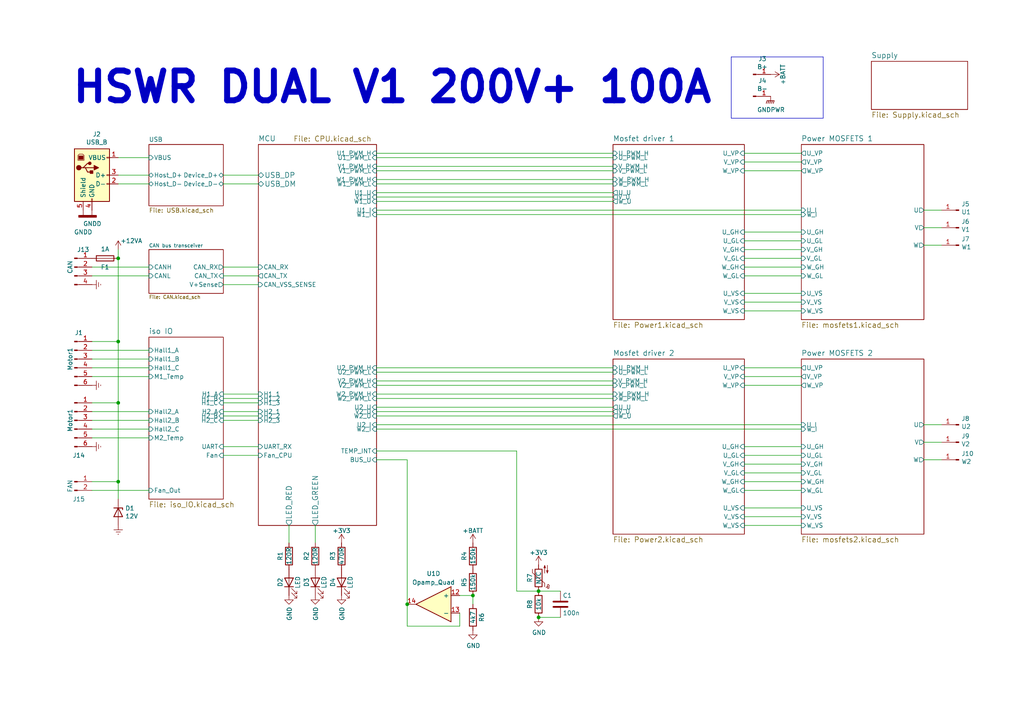
<source format=kicad_sch>
(kicad_sch (version 20230121) (generator eeschema)
  (paper "A4")
  (title_block (title "HSWR_DUAL V1") (date "2023-11-17") (rev "4.0"))
  (lib_symbols
    (symbol "Connector:Conn_01x02_Pin" (pin_names (offset 1.016) hide)
      (property "Reference" "J" (at 0 2.54 0))
      (property "Value" "Conn_01x02_Pin" (at 0 -5.08 0))
      (symbol "Conn_01x02_Pin_1_1"
        (polyline (pts (xy 1.27 -2.54) (xy 0.8636 -2.54)) (stroke (width 0.1524)))
        (polyline (pts (xy 1.27 0) (xy 0.8636 0)) (stroke (width 0.1524)))
        (rectangle (start 0.8636 -2.413) (end 0 -2.667) (stroke (width 0.1524)) (fill (type outline)))
        (rectangle (start 0.8636 0.127) (end 0 -0.127) (stroke (width 0.1524)) (fill (type outline)))
        (pin passive line (at 5.08 0 180) (length 3.81) (name "Pin_1") (number "1"))
        (pin passive line (at 5.08 -2.54 180) (length 3.81) (name "Pin_2") (number "2"))
      )
    )
    (symbol "Connector:Conn_01x04_Pin" (pin_names (offset 1.016) hide)
      (property "Reference" "J" (at 0 5.08 0))
      (property "Value" "Conn_01x04_Pin" (at 0 -7.62 0))
      (symbol "Conn_01x04_Pin_1_1"
        (polyline (pts (xy 1.27 -5.08) (xy 0.8636 -5.08)) (stroke (width 0.1524)))
        (polyline (pts (xy 1.27 -2.54) (xy 0.8636 -2.54)) (stroke (width 0.1524)))
        (polyline (pts (xy 1.27 0) (xy 0.8636 0)) (stroke (width 0.1524)))
        (polyline (pts (xy 1.27 2.54) (xy 0.8636 2.54)) (stroke (width 0.1524)))
        (rectangle (start 0.8636 -4.953) (end 0 -5.207) (stroke (width 0.1524)) (fill (type outline)))
        (rectangle (start 0.8636 -2.413) (end 0 -2.667) (stroke (width 0.1524)) (fill (type outline)))
        (rectangle (start 0.8636 0.127) (end 0 -0.127) (stroke (width 0.1524)) (fill (type outline)))
        (rectangle (start 0.8636 2.667) (end 0 2.413) (stroke (width 0.1524)) (fill (type outline)))
        (pin passive line (at 5.08 2.54 180) (length 3.81) (name "Pin_1") (number "1"))
        (pin passive line (at 5.08 0 180) (length 3.81) (name "Pin_2") (number "2"))
        (pin passive line (at 5.08 -2.54 180) (length 3.81) (name "Pin_3") (number "3"))
        (pin passive line (at 5.08 -5.08 180) (length 3.81) (name "Pin_4") (number "4"))
      )
    )
    (symbol "Connector:Conn_01x06_Pin" (pin_names (offset 1.016) hide)
      (property "Reference" "J" (at 0 7.62 0))
      (property "Value" "Conn_01x06_Pin" (at 0 -10.16 0))
      (symbol "Conn_01x06_Pin_1_1"
        (polyline (pts (xy 1.27 -7.62) (xy 0.8636 -7.62)) (stroke (width 0.1524)))
        (polyline (pts (xy 1.27 -5.08) (xy 0.8636 -5.08)) (stroke (width 0.1524)))
        (polyline (pts (xy 1.27 -2.54) (xy 0.8636 -2.54)) (stroke (width 0.1524)))
        (polyline (pts (xy 1.27 0) (xy 0.8636 0)) (stroke (width 0.1524)))
        (polyline (pts (xy 1.27 2.54) (xy 0.8636 2.54)) (stroke (width 0.1524)))
        (polyline (pts (xy 1.27 5.08) (xy 0.8636 5.08)) (stroke (width 0.1524)))
        (rectangle (start 0.8636 -7.493) (end 0 -7.747) (stroke (width 0.1524)) (fill (type outline)))
        (rectangle (start 0.8636 -4.953) (end 0 -5.207) (stroke (width 0.1524)) (fill (type outline)))
        (rectangle (start 0.8636 -2.413) (end 0 -2.667) (stroke (width 0.1524)) (fill (type outline)))
        (rectangle (start 0.8636 0.127) (end 0 -0.127) (stroke (width 0.1524)) (fill (type outline)))
        (rectangle (start 0.8636 2.667) (end 0 2.413) (stroke (width 0.1524)) (fill (type outline)))
        (rectangle (start 0.8636 5.207) (end 0 4.953) (stroke (width 0.1524)) (fill (type outline)))
        (pin passive line (at 5.08 5.08 180) (length 3.81) (name "Pin_1") (number "1"))
        (pin passive line (at 5.08 2.54 180) (length 3.81) (name "Pin_2") (number "2"))
        (pin passive line (at 5.08 0 180) (length 3.81) (name "Pin_3") (number "3"))
        (pin passive line (at 5.08 -2.54 180) (length 3.81) (name "Pin_4") (number "4"))
        (pin passive line (at 5.08 -5.08 180) (length 3.81) (name "Pin_5") (number "5"))
        (pin passive line (at 5.08 -7.62 180) (length 3.81) (name "Pin_6") (number "6"))
      )
    )
    (symbol "Connector:USB_B" (pin_names (offset 1.016))
      (property "Reference" "J" (at -5.08 11.43 0))
      (property "Value" "USB_B" (at -5.08 8.89 0))
      (symbol "USB_B_0_1"
        (rectangle (start -5.08 -7.62) (end 5.08 7.62) (stroke (width 0.254)) (fill (type background)))
        (circle (center -3.81 2.159) (radius 0.635) (stroke (width 0.254)) (fill (type outline)))
        (rectangle (start -3.81 5.588) (end -2.54 4.572) (fill (type outline)))
        (circle (center -0.635 3.429) (radius 0.381) (stroke (width 0.254)) (fill (type outline)))
        (rectangle (start -0.127 -7.62) (end 0.127 -6.858))
        (polyline (pts (xy -1.905 2.159) (xy 0.635 2.159)) (stroke (width 0.254)))
        (polyline (pts (xy -3.175 2.159) (xy -2.54 2.159) (xy -1.27 3.429) (xy -0.635 3.429)) (stroke (width 0.254)))
        (polyline (pts (xy -2.54 2.159) (xy -1.905 2.159) (xy -1.27 0.889) (xy 0 0.889)) (stroke (width 0.254)))
        (polyline (pts (xy 0.635 2.794) (xy 0.635 1.524) (xy 1.905 2.159) (xy 0.635 2.794)) (stroke (width 0.254)) (fill (type outline)))
        (polyline (pts (xy -4.064 4.318) (xy -2.286 4.318) (xy -2.286 5.715) (xy -2.667 6.096) (xy -3.683 6.096) (xy -4.064 5.715) (xy -4.064 4.318)))
        (rectangle (start 0.254 1.27) (end -0.508 0.508) (stroke (width 0.254)) (fill (type outline)))
        (rectangle (start 5.08 -2.667) (end 4.318 -2.413))
        (rectangle (start 5.08 -0.127) (end 4.318 0.127))
        (rectangle (start 5.08 4.953) (end 4.318 5.207))
      )
      (symbol "USB_B_1_1"
        (pin power_out line (at 7.62 5.08 180) (length 2.54) (name "VBUS") (number "1"))
        (pin bidirectional line (at 7.62 -2.54 180) (length 2.54) (name "D-") (number "2"))
        (pin bidirectional line (at 7.62 0 180) (length 2.54) (name "D+") (number "3"))
        (pin power_out line (at 0 -10.16 90) (length 2.54) (name "GND") (number "4"))
        (pin passive line (at -2.54 -10.16 90) (length 2.54) (name "Shield") (number "5"))
      )
    )
    (symbol "Device:C" (pin_numbers hide) (pin_names (offset 0.254))
      (property "Reference" "C" (at 0.635 2.54 0))
      (property "Value" "C" (at 0.635 -2.54 0))
      (symbol "C_0_1"
        (polyline (pts (xy -2.032 -0.762) (xy 2.032 -0.762)) (stroke (width 0.508)))
        (polyline (pts (xy -2.032 0.762) (xy 2.032 0.762)) (stroke (width 0.508)))
      )
      (symbol "C_1_1"
        (pin passive line (at 0 3.81 270) (length 2.794) (name "~") (number "1"))
        (pin passive line (at 0 -3.81 90) (length 2.794) (name "~") (number "2"))
      )
    )
    (symbol "Device:D_Zener" (pin_numbers hide) (pin_names (offset 1.016) hide)
      (property "Reference" "D" (at 0 2.54 0))
      (property "Value" "D_Zener" (at 0 -2.54 0))
      (symbol "D_Zener_0_1"
        (polyline (pts (xy 1.27 0) (xy -1.27 0)))
        (polyline (pts (xy -1.27 -1.27) (xy -1.27 1.27) (xy -0.762 1.27)) (stroke (width 0.254)))
        (polyline (pts (xy 1.27 -1.27) (xy 1.27 1.27) (xy -1.27 0) (xy 1.27 -1.27)) (stroke (width 0.254)))
      )
      (symbol "D_Zener_1_1"
        (pin passive line (at -3.81 0 0) (length 2.54) (name "K") (number "1"))
        (pin passive line (at 3.81 0 180) (length 2.54) (name "A") (number "2"))
      )
    )
    (symbol "Device:Fuse" (pin_numbers hide) (pin_names (offset 0))
      (property "Reference" "F" (at 2.032 0 90))
      (property "Value" "Fuse" (at -1.905 0 90))
      (symbol "Fuse_0_1"
        (rectangle (start -0.762 -2.54) (end 0.762 2.54) (stroke (width 0.254)))
        (polyline (pts (xy 0 2.54) (xy 0 -2.54)))
      )
      (symbol "Fuse_1_1"
        (pin passive line (at 0 3.81 270) (length 1.27) (name "~") (number "1"))
        (pin passive line (at 0 -3.81 90) (length 1.27) (name "~") (number "2"))
      )
    )
    (symbol "Device:LED" (pin_numbers hide) (pin_names (offset 1.016) hide)
      (property "Reference" "D" (at 0 2.54 0))
      (property "Value" "LED" (at 0 -2.54 0))
      (symbol "LED_0_1"
        (polyline (pts (xy -1.27 -1.27) (xy -1.27 1.27)) (stroke (width 0.254)))
        (polyline (pts (xy -1.27 0) (xy 1.27 0)))
        (polyline (pts (xy 1.27 -1.27) (xy 1.27 1.27) (xy -1.27 0) (xy 1.27 -1.27)) (stroke (width 0.254)))
        (polyline (pts (xy -3.048 -0.762) (xy -4.572 -2.286) (xy -3.81 -2.286) (xy -4.572 -2.286) (xy -4.572 -1.524)))
        (polyline (pts (xy -1.778 -0.762) (xy -3.302 -2.286) (xy -2.54 -2.286) (xy -3.302 -2.286) (xy -3.302 -1.524)))
      )
      (symbol "LED_1_1"
        (pin passive line (at -3.81 0 0) (length 2.54) (name "K") (number "1"))
        (pin passive line (at 3.81 0 180) (length 2.54) (name "A") (number "2"))
      )
    )
    (symbol "Device:Opamp_Quad"
      (property "Reference" "U" (at 0 5.08 0))
      (property "Value" "Opamp_Quad" (at 0 -5.08 0))
      (symbol "Opamp_Quad_1_1"
        (polyline (pts (xy -5.08 5.08) (xy 5.08 0) (xy -5.08 -5.08) (xy -5.08 5.08)) (stroke (width 0.254)) (fill (type background)))
        (pin output line (at 7.62 0 180) (length 2.54) (name "~") (number "1"))
        (pin input line (at -7.62 -2.54 0) (length 2.54) (name "-") (number "2"))
        (pin input line (at -7.62 2.54 0) (length 2.54) (name "+") (number "3"))
      )
      (symbol "Opamp_Quad_2_1"
        (polyline (pts (xy -5.08 5.08) (xy 5.08 0) (xy -5.08 -5.08) (xy -5.08 5.08)) (stroke (width 0.254)) (fill (type background)))
        (pin input line (at -7.62 2.54 0) (length 2.54) (name "+") (number "5"))
        (pin input line (at -7.62 -2.54 0) (length 2.54) (name "-") (number "6"))
        (pin output line (at 7.62 0 180) (length 2.54) (name "~") (number "7"))
      )
      (symbol "Opamp_Quad_3_1"
        (polyline (pts (xy -5.08 5.08) (xy 5.08 0) (xy -5.08 -5.08) (xy -5.08 5.08)) (stroke (width 0.254)) (fill (type background)))
        (pin input line (at -7.62 2.54 0) (length 2.54) (name "+") (number "10"))
        (pin output line (at 7.62 0 180) (length 2.54) (name "~") (number "8"))
        (pin input line (at -7.62 -2.54 0) (length 2.54) (name "-") (number "9"))
      )
      (symbol "Opamp_Quad_4_1"
        (polyline (pts (xy -5.08 5.08) (xy 5.08 0) (xy -5.08 -5.08) (xy -5.08 5.08)) (stroke (width 0.254)) (fill (type background)))
        (pin input line (at -7.62 2.54 0) (length 2.54) (name "+") (number "12"))
        (pin input line (at -7.62 -2.54 0) (length 2.54) (name "-") (number "13"))
        (pin output line (at 7.62 0 180) (length 2.54) (name "~") (number "14"))
      )
      (symbol "Opamp_Quad_5_1"
        (pin power_in line (at -2.54 -7.62 90) (length 3.81) (name "V-") (number "11"))
        (pin power_in line (at -2.54 7.62 270) (length 3.81) (name "V+") (number "4"))
      )
    )
    (symbol "Device:R" (pin_numbers hide) (pin_names (offset 0))
      (property "Reference" "R" (at 2.032 0 90))
      (property "Value" "R" (at 0 0 90))
      (symbol "R_0_1"
        (rectangle (start -1.016 -2.54) (end 1.016 2.54) (stroke (width 0.254)))
      )
      (symbol "R_1_1"
        (pin passive line (at 0 3.81 270) (length 1.27) (name "~") (number "1"))
        (pin passive line (at 0 -3.81 90) (length 1.27) (name "~") (number "2"))
      )
    )
    (symbol "Device:Thermistor_NTC" (pin_numbers hide) (pin_names (offset 0))
      (property "Reference" "TH" (at -4.445 0 90))
      (property "Value" "Thermistor_NTC" (at 3.175 0 90))
      (symbol "Thermistor_NTC_0_1"
        (arc (start -3.048 2.159) (mid -3.0495 2.3143) (end -3.175 2.413))
        (arc (start -3.048 2.159) (mid -2.9736 1.9794) (end -2.794 1.905))
        (arc (start -3.048 2.794) (mid -2.9736 2.6144) (end -2.794 2.54))
        (arc (start -2.794 1.905) (mid -2.6144 1.9794) (end -2.54 2.159))
        (arc (start -2.794 2.54) (mid -2.4393 2.5587) (end -2.159 2.794))
        (arc (start -2.794 3.048) (mid -2.9736 2.9736) (end -3.048 2.794))
        (arc (start -2.54 2.794) (mid -2.6144 2.9736) (end -2.794 3.048))
        (rectangle (start -1.016 2.54) (end 1.016 -2.54) (stroke (width 0.254)))
        (polyline (pts (xy -2.54 2.159) (xy -2.54 2.794)))
        (polyline (pts (xy -1.778 2.54) (xy -1.778 1.524) (xy 1.778 -1.524) (xy 1.778 -2.54)))
        (polyline (pts (xy -2.54 -3.683) (xy -2.54 -1.397) (xy -2.794 -2.159) (xy -2.286 -2.159) (xy -2.54 -1.397) (xy -2.54 -1.651)) (fill (type outline)))
        (polyline (pts (xy -1.778 -1.397) (xy -1.778 -3.683) (xy -2.032 -2.921) (xy -1.524 -2.921) (xy -1.778 -3.683) (xy -1.778 -3.429)) (fill (type outline)))
      )
      (symbol "Thermistor_NTC_1_1"
        (pin passive line (at 0 3.81 270) (length 1.27) (name "~") (number "1"))
        (pin passive line (at 0 -3.81 90) (length 1.27) (name "~") (number "2"))
      )
    )
    (symbol "HSWR-rescue:Conn_01x01_Male-Connector" (pin_names (offset 1.016) hide)
      (property "Reference" "J" (at 0 2.54 0))
      (property "Value" "Connector_Conn_01x01_Male" (at 0 -2.54 0))
      (symbol "Conn_01x01_Male-Connector_1_1"
        (polyline (pts (xy 1.27 0) (xy 0.8636 0)) (stroke (width 0.1524)))
        (rectangle (start 0.8636 0.127) (end 0 -0.127) (stroke (width 0.1524)) (fill (type outline)))
        (pin passive line (at 5.08 0 180) (length 3.81) (name "Pin_1") (number "1"))
      )
    )
    (symbol "power:+12VA" (power) (pin_names (offset 0))
      (property "Value" "+12VA" (at 0 3.556 0))
      (symbol "+12VA_0_1"
        (polyline (pts (xy -0.762 1.27) (xy 0 2.54)))
        (polyline (pts (xy 0 0) (xy 0 2.54)))
        (polyline (pts (xy 0 2.54) (xy 0.762 1.27)))
      )
      (symbol "+12VA_1_1"
        (pin power_in line (at 0 0 90) (length 0) hide (name "+12VA") (number "1"))
      )
    )
    (symbol "power:+3V3" (power) (pin_names (offset 0))
      (property "Value" "+3V3" (at 0 3.556 0))
      (symbol "+3V3_0_1"
        (polyline (pts (xy -0.762 1.27) (xy 0 2.54)))
        (polyline (pts (xy 0 0) (xy 0 2.54)))
        (polyline (pts (xy 0 2.54) (xy 0.762 1.27)))
      )
      (symbol "+3V3_1_1"
        (pin power_in line (at 0 0 90) (length 0) hide (name "+3V3") (number "1"))
      )
    )
    (symbol "power:+BATT" (power) (pin_names (offset 0))
      (property "Value" "+BATT" (at 0 3.556 0))
      (symbol "+BATT_0_1"
        (polyline (pts (xy -0.762 1.27) (xy 0 2.54)))
        (polyline (pts (xy 0 0) (xy 0 2.54)))
        (polyline (pts (xy 0 2.54) (xy 0.762 1.27)))
      )
      (symbol "+BATT_1_1"
        (pin power_in line (at 0 0 90) (length 0) hide (name "+BATT") (number "1"))
      )
    )
    (symbol "power:Earth" (power) (pin_names (offset 0))
      (symbol "Earth_0_1"
        (polyline (pts (xy -0.635 -1.905) (xy 0.635 -1.905)))
        (polyline (pts (xy -0.127 -2.54) (xy 0.127 -2.54)))
        (polyline (pts (xy 0 -1.27) (xy 0 0)))
        (polyline (pts (xy 1.27 -1.27) (xy -1.27 -1.27)))
      )
      (symbol "Earth_1_1"
        (pin power_in line (at 0 0 270) (length 0) hide (name "Earth") (number "1"))
      )
    )
    (symbol "power:GND" (power) (pin_names (offset 0))
      (property "Value" "GND" (at 0 -3.81 0))
      (symbol "GND_0_1"
        (polyline (pts (xy 0 0) (xy 0 -1.27) (xy 1.27 -1.27) (xy 0 -2.54) (xy -1.27 -1.27) (xy 0 -1.27)))
      )
      (symbol "GND_1_1"
        (pin power_in line (at 0 0 270) (length 0) hide (name "GND") (number "1"))
      )
    )
    (symbol "power:GNDD" (power) (pin_names (offset 0))
      (property "Value" "GNDD" (at 0 -3.175 0))
      (symbol "GNDD_0_1"
        (rectangle (start -1.27 -1.524) (end 1.27 -2.032) (stroke (width 0.254)) (fill (type outline)))
        (polyline (pts (xy 0 0) (xy 0 -1.524)))
      )
      (symbol "GNDD_1_1"
        (pin power_in line (at 0 0 270) (length 0) hide (name "GNDD") (number "1"))
      )
    )
    (symbol "power:GNDPWR" (power) (pin_names (offset 0))
      (property "Value" "GNDPWR" (at 0 -3.302 0))
      (symbol "GNDPWR_0_1"
        (polyline (pts (xy 0 -1.27) (xy 0 0)))
        (polyline (pts (xy -1.016 -1.27) (xy -1.27 -2.032) (xy -1.27 -2.032)) (stroke (width 0.2032)))
        (polyline (pts (xy -0.508 -1.27) (xy -0.762 -2.032) (xy -0.762 -2.032)) (stroke (width 0.2032)))
        (polyline (pts (xy 0 -1.27) (xy -0.254 -2.032) (xy -0.254 -2.032)) (stroke (width 0.2032)))
        (polyline (pts (xy 0.508 -1.27) (xy 0.254 -2.032) (xy 0.254 -2.032)) (stroke (width 0.2032)))
        (polyline (pts (xy 1.016 -1.27) (xy -1.016 -1.27) (xy -1.016 -1.27)) (stroke (width 0.2032)))
        (polyline (pts (xy 1.016 -1.27) (xy 0.762 -2.032) (xy 0.762 -2.032) (xy 0.762 -2.032)) (stroke (width 0.2032)))
      )
      (symbol "GNDPWR_1_1"
        (pin power_in line (at 0 0 270) (length 0) hide (name "GNDPWR") (number "1"))
      )
    )
  )
  (junction (at 137.16 172.72))
  (junction (at 34.29 139.7))
  (junction (at 156.21 179.07))
  (junction (at 34.29 99.06))
  (junction (at 34.29 116.84))
  (junction (at 34.29 74.93))
  (junction (at 118.11 175.26))
  (junction (at 156.21 171.45))
  (wire (pts (xy 215.9 139.7) (xy 232.41 139.7)))
  (wire (pts (xy 215.9 67.31) (xy 232.41 67.31)))
  (wire (pts (xy 215.9 134.62) (xy 232.41 134.62)))
  (wire (pts (xy 109.22 62.23) (xy 232.41 62.23)))
  (wire (pts (xy 64.77 115.57) (xy 74.93 115.57)))
  (wire (pts (xy 26.67 99.06) (xy 34.29 99.06)))
  (wire (pts (xy 34.29 72.39) (xy 34.29 74.93)))
  (wire (pts (xy 109.22 110.49) (xy 177.8 110.49)))
  (wire (pts (xy 26.67 119.38) (xy 43.18 119.38)))
  (wire (pts (xy 34.29 139.7) (xy 26.67 139.7)))
  (polyline (pts (xy 238.76 16.51) (xy 238.76 34.29)))
  (wire (pts (xy 64.77 53.34) (xy 74.93 53.34)))
  (wire (pts (xy 74.93 82.55) (xy 64.77 82.55)))
  (wire (pts (xy 34.29 45.72) (xy 43.18 45.72)))
  (polyline (pts (xy 212.09 16.51) (xy 238.76 16.51)))
  (wire (pts (xy 64.77 116.84) (xy 74.93 116.84)))
  (wire (pts (xy 64.77 129.54) (xy 74.93 129.54)))
  (wire (pts (xy 267.97 133.35) (xy 273.05 133.35)))
  (wire (pts (xy 109.22 107.95) (xy 177.8 107.95)))
  (wire (pts (xy 26.67 124.46) (xy 43.18 124.46)))
  (wire (pts (xy 232.41 80.01) (xy 215.9 80.01)))
  (wire (pts (xy 26.67 80.01) (xy 43.18 80.01)))
  (wire (pts (xy 149.86 171.45) (xy 156.21 171.45)))
  (wire (pts (xy 118.11 181.61) (xy 133.35 181.61)))
  (wire (pts (xy 34.29 139.7) (xy 34.29 144.78)))
  (wire (pts (xy 83.82 152.4) (xy 83.82 157.48)))
  (wire (pts (xy 215.9 109.22) (xy 232.41 109.22)))
  (wire (pts (xy 26.67 142.24) (xy 43.18 142.24)))
  (wire (pts (xy 26.67 116.84) (xy 34.29 116.84)))
  (wire (pts (xy 26.67 106.68) (xy 43.18 106.68)))
  (wire (pts (xy 273.05 66.04) (xy 267.97 66.04)))
  (wire (pts (xy 215.9 85.09) (xy 232.41 85.09)))
  (wire (pts (xy 118.11 133.35) (xy 118.11 175.26)))
  (wire (pts (xy 109.22 130.81) (xy 149.86 130.81)))
  (wire (pts (xy 109.22 57.15) (xy 177.8 57.15)))
  (wire (pts (xy 109.22 52.07) (xy 177.8 52.07)))
  (wire (pts (xy 109.22 133.35) (xy 118.11 133.35)))
  (wire (pts (xy 26.67 127) (xy 43.18 127)))
  (wire (pts (xy 215.9 87.63) (xy 232.41 87.63)))
  (wire (pts (xy 26.67 77.47) (xy 43.18 77.47)))
  (wire (pts (xy 215.9 147.32) (xy 232.41 147.32)))
  (wire (pts (xy 64.77 77.47) (xy 74.93 77.47)))
  (wire (pts (xy 109.22 58.42) (xy 177.8 58.42)))
  (wire (pts (xy 109.22 44.45) (xy 177.8 44.45)))
  (wire (pts (xy 232.41 46.99) (xy 215.9 46.99)))
  (wire (pts (xy 215.9 132.08) (xy 232.41 132.08)))
  (wire (pts (xy 34.29 74.93) (xy 34.29 99.06)))
  (wire (pts (xy 26.67 104.14) (xy 43.18 104.14)))
  (wire (pts (xy 215.9 152.4) (xy 232.41 152.4)))
  (wire (pts (xy 156.21 171.45) (xy 162.56 171.45)))
  (wire (pts (xy 64.77 114.3) (xy 74.93 114.3)))
  (wire (pts (xy 109.22 49.53) (xy 177.8 49.53)))
  (polyline (pts (xy 212.09 34.29) (xy 212.09 16.51)))
  (wire (pts (xy 109.22 111.76) (xy 177.8 111.76)))
  (wire (pts (xy 232.41 69.85) (xy 215.9 69.85)))
  (wire (pts (xy 118.11 175.26) (xy 118.11 181.61)))
  (wire (pts (xy 137.16 172.72) (xy 137.16 175.26)))
  (wire (pts (xy 109.22 106.68) (xy 177.8 106.68)))
  (wire (pts (xy 273.05 128.27) (xy 267.97 128.27)))
  (wire (pts (xy 43.18 50.8) (xy 34.29 50.8)))
  (wire (pts (xy 64.77 121.92) (xy 74.93 121.92)))
  (wire (pts (xy 74.93 132.08) (xy 64.77 132.08)))
  (wire (pts (xy 215.9 111.76) (xy 232.41 111.76)))
  (wire (pts (xy 74.93 50.8) (xy 64.77 50.8)))
  (wire (pts (xy 34.29 116.84) (xy 34.29 139.7)))
  (wire (pts (xy 109.22 118.11) (xy 177.8 118.11)))
  (wire (pts (xy 109.22 114.3) (xy 177.8 114.3)))
  (wire (pts (xy 109.22 48.26) (xy 177.8 48.26)))
  (wire (pts (xy 34.29 99.06) (xy 34.29 116.84)))
  (wire (pts (xy 215.9 129.54) (xy 232.41 129.54)))
  (wire (pts (xy 109.22 53.34) (xy 177.8 53.34)))
  (wire (pts (xy 64.77 120.65) (xy 74.93 120.65)))
  (wire (pts (xy 215.9 49.53) (xy 232.41 49.53)))
  (wire (pts (xy 26.67 101.6) (xy 43.18 101.6)))
  (wire (pts (xy 109.22 124.46) (xy 232.41 124.46)))
  (wire (pts (xy 133.35 172.72) (xy 137.16 172.72)))
  (wire (pts (xy 215.9 142.24) (xy 232.41 142.24)))
  (wire (pts (xy 215.9 137.16) (xy 232.41 137.16)))
  (wire (pts (xy 267.97 60.96) (xy 273.05 60.96)))
  (wire (pts (xy 215.9 77.47) (xy 232.41 77.47)))
  (wire (pts (xy 26.67 109.22) (xy 43.18 109.22)))
  (wire (pts (xy 215.9 90.17) (xy 232.41 90.17)))
  (wire (pts (xy 109.22 123.19) (xy 232.41 123.19)))
  (wire (pts (xy 26.67 121.92) (xy 43.18 121.92)))
  (wire (pts (xy 34.29 53.34) (xy 43.18 53.34)))
  (wire (pts (xy 74.93 80.01) (xy 64.77 80.01)))
  (wire (pts (xy 267.97 71.12) (xy 273.05 71.12)))
  (wire (pts (xy 133.35 181.61) (xy 133.35 177.8)))
  (wire (pts (xy 162.56 179.07) (xy 156.21 179.07)))
  (wire (pts (xy 109.22 60.96) (xy 232.41 60.96)))
  (wire (pts (xy 215.9 72.39) (xy 232.41 72.39)))
  (wire (pts (xy 215.9 149.86) (xy 232.41 149.86)))
  (wire (pts (xy 215.9 44.45) (xy 232.41 44.45)))
  (wire (pts (xy 91.44 157.48) (xy 91.44 152.4)))
  (wire (pts (xy 109.22 55.88) (xy 177.8 55.88)))
  (wire (pts (xy 232.41 74.93) (xy 215.9 74.93)))
  (wire (pts (xy 109.22 120.65) (xy 177.8 120.65)))
  (wire (pts (xy 109.22 45.72) (xy 177.8 45.72)))
  (wire (pts (xy 149.86 130.81) (xy 149.86 171.45)))
  (wire (pts (xy 109.22 119.38) (xy 177.8 119.38)))
  (wire (pts (xy 64.77 119.38) (xy 74.93 119.38)))
  (polyline (pts (xy 238.76 34.29) (xy 212.09 34.29)))
  (wire (pts (xy 267.97 123.19) (xy 273.05 123.19)))
  (wire (pts (xy 215.9 106.68) (xy 232.41 106.68)))
  (wire (pts (xy 109.22 115.57) (xy 177.8 115.57)))
  (text "HSWR DUAL V1 200V+ 100A" (at 20.32 30.48 0) (effects (font (size 8.636 8.636) (thickness 1.7272) bold) (justify left bottom)))
  (symbol (lib_id "power:+BATT") (at 137.16 157.48 0) (unit 1)
    (property "Reference" "#PWR011" (effects hide))
    (property "Value" "+BATT" (at 137.16 153.924 0))
  )
  (symbol (lib_id "power:+BATT") (at 223.52 21.59 270) (unit 1)
    (property "Reference" "#PWR015" (effects hide))
    (property "Value" "+BATT" (at 227.076 21.59 0))
  )
  (symbol (lib_id "power:+3V3") (at 156.21 163.83 0) (mirror y) (unit 1)
    (property "Reference" "#PWR013" (effects hide))
    (property "Value" "+3V3" (at 156.21 160.274 0))
  )
  (symbol (lib_id "Device:C") (at 162.56 175.26 0) (unit 1)
    (property "Reference" "C1" (at 163.195 172.72 0) (effects (justify left)))
    (property "Value" "100n" (at 163.195 177.8 0) (effects (justify left)))
    (property "Footprint" "Capacitor_SMD:C_0805_2012Metric" (effects hide))
  )
  (symbol (lib_id "power:+3V3") (at 99.06 157.48 0) (unit 1)
    (property "Reference" "#PWR09" (effects hide))
    (property "Value" "+3V3" (at 99.06 153.924 0))
  )
  (symbol (lib_id "power:Earth") (at 26.67 82.55 90) (unit 1)
    (property "Reference" "#PWR03" (effects hide))
    (property "Value" "Earth" (effects hide))
  )
  (symbol (lib_id "HSWR-rescue:Conn_01x01_Male-Connector") (at 218.44 21.59 0) (unit 1)
    (property "Reference" "J3" (at 221.1324 17.0688 0))
    (property "Value" "B+" (at 221.1324 19.3802 0))
    (property "Footprint" "MountingHole:MountingHole_6.5mm_Pad_Via" (effects hide))
  )
  (symbol (lib_id "power:GNDPWR") (at 223.52 27.94 0) (unit 1)
    (property "Reference" "#PWR016" (effects hide))
    (property "Value" "GNDPWR" (at 223.6216 31.8516 0))
  )
  (symbol (lib_id "HSWR-rescue:Conn_01x01_Male-Connector") (at 218.44 27.94 0) (unit 1)
    (property "Reference" "J4" (at 221.1324 23.4188 0))
    (property "Value" "B-" (at 221.1324 25.7302 0))
    (property "Footprint" "MountingHole:MountingHole_6.5mm_Pad_Via" (effects hide))
  )
  (symbol (lib_id "HSWR-rescue:Conn_01x01_Male-Connector") (at 278.13 60.96 180) (unit 1)
    (property "Reference" "J5" (at 278.8412 59.182 0) (effects (justify right)))
    (property "Value" "U1" (at 278.8412 61.4934 0) (effects (justify right)))
    (property "Footprint" "MountingHole:MountingHole_6.5mm_Pad_Via" (effects hide))
  )
  (symbol (lib_id "HSWR-rescue:Conn_01x01_Male-Connector") (at 278.13 66.04 180) (unit 1)
    (property "Reference" "J6" (at 278.8412 64.262 0) (effects (justify right)))
    (property "Value" "V1" (at 278.8412 66.5734 0) (effects (justify right)))
    (property "Footprint" "MountingHole:MountingHole_6.5mm_Pad_Via" (effects hide))
  )
  (symbol (lib_id "HSWR-rescue:Conn_01x01_Male-Connector") (at 278.13 71.12 180) (unit 1)
    (property "Reference" "J7" (at 278.8412 69.342 0) (effects (justify right)))
    (property "Value" "W1" (at 278.8412 71.6534 0) (effects (justify right)))
    (property "Footprint" "MountingHole:MountingHole_6.5mm_Pad_Via" (effects hide))
  )
  (symbol (lib_id "Device:R") (at 99.06 161.29 180) (unit 1)
    (property "Reference" "R3" (at 96.52 161.29 90))
    (property "Value" "470R" (at 99.06 161.29 90))
    (property "Footprint" "Resistor_SMD:R_0805_2012Metric" (effects hide))
  )
  (symbol (lib_id "Device:R") (at 91.44 161.29 180) (unit 1)
    (property "Reference" "R2" (at 88.9 161.29 90))
    (property "Value" "120R" (at 91.44 161.29 90))
    (property "Footprint" "Resistor_SMD:R_0805_2012Metric" (effects hide))
  )
  (symbol (lib_id "Device:R") (at 83.82 161.29 180) (unit 1)
    (property "Reference" "R1" (at 81.28 161.29 90))
    (property "Value" "120R" (at 83.82 161.29 90))
    (property "Footprint" "Resistor_SMD:R_0805_2012Metric" (effects hide))
  )
  (symbol (lib_id "Device:LED") (at 99.06 168.91 90) (unit 1)
    (property "Reference" "D4" (at 96.52 168.91 0))
    (property "Value" "LED" (at 101.6 168.91 0))
    (property "Footprint" "LED_SMD:LED_0805_2012Metric" (effects hide))
  )
  (symbol (lib_id "power:GND") (at 99.06 172.72 0) (unit 1)
    (property "Reference" "#PWR010" (effects hide))
    (property "Value" "GND" (at 99.187 175.9712 90) (effects (justify right)))
  )
  (symbol (lib_id "power:GND") (at 91.44 172.72 0) (unit 1)
    (property "Reference" "#PWR08" (effects hide))
    (property "Value" "GND" (at 91.567 175.9712 90) (effects (justify right)))
  )
  (symbol (lib_id "power:GND") (at 83.82 172.72 0) (unit 1)
    (property "Reference" "#PWR07" (effects hide))
    (property "Value" "GND" (at 83.947 175.9712 90) (effects (justify right)))
  )
  (symbol (lib_id "power:GND") (at 156.21 179.07 0) (unit 1)
    (property "Reference" "#PWR014" (effects hide))
    (property "Value" "GND" (at 156.337 183.4642 0))
  )
  (symbol (lib_id "Device:R") (at 156.21 175.26 180) (unit 1)
    (property "Reference" "R8" (at 153.67 175.26 90))
    (property "Value" "10k" (at 156.21 175.26 90))
    (property "Footprint" "Resistor_SMD:R_0805_2012Metric" (effects hide))
  )
  (symbol (lib_id "Device:Thermistor_NTC") (at 156.21 167.64 180) (unit 1)
    (property "Reference" "R7" (at 153.67 167.64 90))
    (property "Value" "NTC" (at 156.21 167.64 90))
    (property "Footprint" "Resistor_SMD:R_0603_1608Metric" (effects hide))
  )
  (symbol (lib_id "Connector:USB_B") (at 26.67 50.8 0) (unit 1)
    (property "Reference" "J2" (at 28.067 38.9382 0))
    (property "Value" "USB_B" (at 28.067 41.2496 0))
    (property "Footprint" "Connector_USB:USB_B_TE_5787834_Vertical" (effects hide))
    (property "Datasheet" " ~" (effects hide))
  )
  (symbol (lib_id "power:+12VA") (at 34.29 72.39 0) (unit 1)
    (property "Reference" "#PWR05" (effects hide))
    (property "Value" "+12VA" (at 38.1 69.85 0))
  )
  (symbol (lib_id "Device:LED") (at 91.44 168.91 90) (unit 1)
    (property "Reference" "D3" (at 88.9 168.91 0))
    (property "Value" "LED" (at 93.98 168.91 0))
    (property "Footprint" "LED_SMD:LED_0805_2012Metric" (effects hide))
  )
  (symbol (lib_id "Device:LED") (at 83.82 168.91 90) (unit 1)
    (property "Reference" "D2" (at 81.28 168.91 0))
    (property "Value" "LED" (at 86.36 168.91 0))
    (property "Footprint" "LED_SMD:LED_0805_2012Metric" (effects hide))
  )
  (symbol (lib_id "power:GNDD") (at 26.67 60.96 0) (unit 1)
    (property "Reference" "#PWR02" (effects hide))
    (property "Value" "GNDD" (at 26.7716 64.897 0))
  )
  (symbol (lib_id "power:GNDD") (at 24.13 60.96 0) (unit 1)
    (property "Reference" "#PWR01" (effects hide))
    (property "Value" "GNDD" (at 24.13 67.31 0))
  )
  (symbol (lib_id "Device:Fuse") (at 30.48 74.93 270) (unit 1)
    (property "Reference" "F1" (at 30.48 77.47 90))
    (property "Value" "1A" (at 30.48 72.2376 90))
    (property "Footprint" "Fuse:Fuse_Littelfuse-NANO2-451_453" (effects hide))
  )
  (symbol (lib_id "Device:D_Zener") (at 34.29 148.59 270) (unit 1)
    (property "Reference" "D1" (at 36.322 147.4216 90) (effects (justify left)))
    (property "Value" "12V" (at 36.322 149.733 90) (effects (justify left)))
    (property "Footprint" "Diode_SMD:D_SMA" (effects hide))
  )
  (symbol (lib_id "power:Earth") (at 34.29 152.4 0) (unit 1)
    (property "Reference" "#PWR06" (effects hide))
    (property "Value" "Earth" (effects hide))
  )
  (symbol (lib_id "Connector:Conn_01x06_Pin") (at 21.59 104.14 0) (unit 1)
    (property "Reference" "J1" (at 22.86 96.52 0))
    (property "Value" "Motor1" (at 20.32 104.14 90))
    (property "Footprint" "Connector_Phoenix_MC:PhoenixContact_MCV_1,5_6-G-3.5_1x06_P3.50mm_Vertical" (effects hide))
  )
  (symbol (lib_id "Connector:Conn_01x04_Pin") (at 21.59 77.47 0) (unit 1)
    (property "Reference" "J13" (at 24.13 72.39 0))
    (property "Value" "CAN" (at 20.32 77.47 90))
    (property "Footprint" "Connector_Phoenix_MC:PhoenixContact_MCV_1,5_4-G-3.5_1x04_P3.50mm_Vertical" (effects hide))
  )
  (symbol (lib_id "power:GND") (at 137.16 182.88 0) (unit 1)
    (property "Reference" "#PWR012" (effects hide))
    (property "Value" "GND" (at 137.287 187.2742 0))
  )
  (symbol (lib_id "Device:R") (at 137.16 161.29 180) (unit 1)
    (property "Reference" "R4" (at 134.62 161.29 90))
    (property "Value" "150k" (at 137.16 161.29 90))
    (property "Footprint" "Resistor_SMD:R_0805_2012Metric" (effects hide))
  )
  (symbol (lib_id "power:Earth") (at 26.67 129.54 90) (unit 1)
    (property "Reference" "#PWR049" (effects hide))
    (property "Value" "Earth" (effects hide))
  )
  (symbol (lib_id "power:Earth") (at 26.67 111.76 90) (unit 1)
    (property "Reference" "#PWR04" (effects hide))
    (property "Value" "Earth" (effects hide))
  )
  (symbol (lib_id "Device:R") (at 137.16 168.91 180) (unit 1)
    (property "Reference" "R5" (at 134.62 168.91 90))
    (property "Value" "150k" (at 137.16 168.91 90))
    (property "Footprint" "Resistor_SMD:R_0805_2012Metric" (effects hide))
  )
  (symbol (lib_id "HSWR-rescue:Conn_01x01_Male-Connector") (at 278.13 123.19 180) (unit 1)
    (property "Reference" "J8" (at 278.8412 121.412 0) (effects (justify right)))
    (property "Value" "U2" (at 278.8412 123.7234 0) (effects (justify right)))
    (property "Footprint" "MountingHole:MountingHole_6.5mm_Pad_Via" (effects hide))
  )
  (symbol (lib_id "Device:Opamp_Quad") (at 125.73 175.26 0) (mirror y) (unit 4)
    (property "Reference" "U1" (at 125.73 166.37 0))
    (property "Value" "Opamp_Quad" (at 125.73 168.91 0))
    (property "Footprint" "Package_SO:SO-14_3.9x8.65mm_P1.27mm" (effects hide))
  )
  (symbol (lib_id "Connector:Conn_01x02_Pin") (at 21.59 139.7 0) (unit 1)
    (property "Reference" "J15" (at 22.86 144.78 0))
    (property "Value" "FAN" (at 20.32 140.97 90))
    (property "Footprint" "Connector_Phoenix_MC:PhoenixContact_MCV_1,5_2-G-3.5_1x02_P3.50mm_Vertical" (effects hide))
  )
  (symbol (lib_id "HSWR-rescue:Conn_01x01_Male-Connector") (at 278.13 133.35 180) (unit 1)
    (property "Reference" "J10" (at 278.8412 131.572 0) (effects (justify right)))
    (property "Value" "W2" (at 278.8412 133.8834 0) (effects (justify right)))
    (property "Footprint" "MountingHole:MountingHole_6.5mm_Pad_Via" (effects hide))
  )
  (symbol (lib_id "Device:R") (at 137.16 179.07 0) (mirror x) (unit 1)
    (property "Reference" "R6" (at 139.7 179.07 90))
    (property "Value" "4k7" (at 137.16 179.07 90))
    (property "Footprint" "Resistor_SMD:R_0805_2012Metric" (effects hide))
  )
  (symbol (lib_id "Connector:Conn_01x06_Pin") (at 21.59 121.92 0) (unit 1)
    (property "Reference" "J14" (at 22.86 132.08 0))
    (property "Value" "Motor1" (at 20.32 121.92 90))
    (property "Footprint" "Connector_Phoenix_MC:PhoenixContact_MCV_1,5_6-G-3.5_1x06_P3.50mm_Vertical" (effects hide))
  )
  (symbol (lib_id "HSWR-rescue:Conn_01x01_Male-Connector") (at 278.13 128.27 180) (unit 1)
    (property "Reference" "J9" (at 278.8412 126.492 0) (effects (justify right)))
    (property "Value" "V2" (at 278.8412 128.8034 0) (effects (justify right)))
    (property "Footprint" "MountingHole:MountingHole_6.5mm_Pad_Via" (effects hide))
  )
  (sheet (at 232.41 41.91) (size 35.56 50.8)
    (property "Sheetname" "Power MOSFETS 1" (at 232.41 41.0714 0) (effects (font (size 1.524 1.524)) (justify left bottom)))
    (property "Sheetfile" "mosfets1.kicad_sch" (at 232.41 93.3962 0) (effects (font (size 1.524 1.524)) (justify left top)))
    (pin "U_GH" input (at 232.41 67.31 180))
    (pin "U_VP" output (at 232.41 44.45 180))
    (pin "U_GL" input (at 232.41 69.85 180))
    (pin "U_VS" input (at 232.41 85.09 180))
    (pin "V_GH" input (at 232.41 72.39 180))
    (pin "V_VP" output (at 232.41 46.99 180))
    (pin "V_GL" input (at 232.41 74.93 180))
    (pin "V_VS" input (at 232.41 87.63 180))
    (pin "W_GH" input (at 232.41 77.47 180))
    (pin "W_VP" output (at 232.41 49.53 180))
    (pin "W_GL" input (at 232.41 80.01 180))
    (pin "W_VS" input (at 232.41 90.17 180))
    (pin "U" output (at 267.97 60.96 0))
    (pin "V" output (at 267.97 66.04 0))
    (pin "W" output (at 267.97 71.12 0))
    (pin "U_I" input (at 232.41 60.96 180))
    (pin "W_I" input (at 232.41 62.23 180))
  )
  (sheet (at 177.8 41.91) (size 38.1 50.8)
    (property "Sheetname" "Mosfet driver 1" (at 177.8 41.0714 0) (effects (font (size 1.524 1.524)) (justify left bottom)))
    (property "Sheetfile" "Power1.kicad_sch" (at 177.8 93.3962 0) (effects (font (size 1.524 1.524)) (justify left top)))
    (pin "U_U" output (at 177.8 55.88 180))
    (pin "V_U" output (at 177.8 57.15 180))
    (pin "W_U" output (at 177.8 58.42 180))
    (pin "U_VP" input (at 215.9 44.45 0))
    (pin "V_VP" input (at 215.9 46.99 0))
    (pin "U_GH" input (at 215.9 67.31 0))
    (pin "U_GL" input (at 215.9 69.85 0))
    (pin "U_VS" input (at 215.9 85.09 0))
    (pin "W_VP" input (at 215.9 49.53 0))
    (pin "V_GH" input (at 215.9 72.39 0))
    (pin "V_GL" input (at 215.9 74.93 0))
    (pin "V_VS" input (at 215.9 87.63 0))
    (pin "W_GH" input (at 215.9 77.47 0))
    (pin "W_GL" input (at 215.9 80.01 0))
    (pin "W_VS" input (at 215.9 90.17 0))
    (pin "U_PWM_H" input (at 177.8 44.45 180))
    (pin "U_PWM_L" input (at 177.8 45.72 180))
    (pin "V_PWM_H" input (at 177.8 48.26 180))
    (pin "V_PWM_L" input (at 177.8 49.53 180))
    (pin "W_PWM_H" input (at 177.8 52.07 180))
    (pin "W_PWM_L" input (at 177.8 53.34 180))
  )
  (sheet (at 43.18 72.39) (size 21.59 12.7)
    (property "Sheetname" "CAN bus transceiver" (at 43.18 71.8054 0) (effects (font (size 1.016 1.016)) (justify left bottom)))
    (property "Sheetfile" "CAN.kicad_sch" (at 43.18 85.573 0) (effects (font (size 1.016 1.016)) (justify left top)))
    (pin "CAN_RX" output (at 64.77 77.47 0))
    (pin "CAN_TX" input (at 64.77 80.01 0))
    (pin "CANH" input (at 43.18 77.47 180))
    (pin "V+Sense" output (at 64.77 82.55 0))
    (pin "CANL" input (at 43.18 80.01 180))
  )
  (sheet (at 43.18 97.79) (size 21.59 46.99)
    (property "Sheetname" "iso IO" (at 43.18 96.9514 0) (effects (font (size 1.524 1.524)) (justify left bottom)))
    (property "Sheetfile" "iso_IO.kicad_sch" (at 43.18 145.4662 0) (effects (font (size 1.524 1.524)) (justify left top)))
    (pin "Fan_Out" input (at 43.18 142.24 180))
    (pin "UART" input (at 64.77 129.54 0))
    (pin "M1_Temp" input (at 43.18 109.22 180))
    (pin "M2_Temp" input (at 43.18 127 180))
    (pin "Hall1_C" input (at 43.18 106.68 180))
    (pin "H2_C" input (at 64.77 121.92 0))
    (pin "H1_A" input (at 64.77 114.3 0))
    (pin "H1_B" input (at 64.77 115.57 0))
    (pin "H1_C" input (at 64.77 116.84 0))
    (pin "Hall1_B" input (at 43.18 104.14 180))
    (pin "Hall1_A" input (at 43.18 101.6 180))
    (pin "Fan" input (at 64.77 132.08 0))
    (pin "H2_B" input (at 64.77 120.65 0))
    (pin "H2_A" input (at 64.77 119.38 0))
    (pin "Hall2_C" input (at 43.18 124.46 180))
    (pin "Hall2_A" input (at 43.18 119.38 180))
    (pin "Hall2_B" input (at 43.18 121.92 180))
  )
  (sheet (at 74.93 41.91) (size 34.29 110.49)
    (property "Sheetname" "MCU" (at 74.93 41.0714 0) (effects (font (size 1.524 1.524)) (justify left bottom)))
    (property "Sheetfile" "CPU.kicad_sch" (at 85.09 39.37 0) (effects (font (size 1.524 1.524)) (justify left top)))
    (pin "USB_DM" tri_state (at 74.93 53.34 180) (effects (font (size 1.524 1.524))))
    (pin "USB_DP" tri_state (at 74.93 50.8 180) (effects (font (size 1.524 1.524))))
    (pin "LED_RED" output (at 83.82 152.4 270) (effects (font (size 1.524 1.524))))
    (pin "LED_GREEN" output (at 91.44 152.4 270) (effects (font (size 1.524 1.524))))
    (pin "CAN_VSS_SENSE" input (at 74.93 82.55 180))
    (pin "CAN_RX" input (at 74.93 77.47 180))
    (pin "CAN_TX" output (at 74.93 80.01 180))
    (pin "UART_RX" input (at 74.93 129.54 180))
    (pin "Fan_CPU" input (at 74.93 132.08 180))
    (pin "V2_U" input (at 109.22 119.38 0))
    (pin "TEMP_INT" input (at 109.22 130.81 0))
    (pin "U2_U" input (at 109.22 118.11 0))
    (pin "V1_PWM_H" input (at 109.22 48.26 0))
    (pin "U2_PWM_L" input (at 109.22 107.95 0))
    (pin "W2_U" input (at 109.22 120.65 0))
    (pin "W1_PWM_H" input (at 109.22 52.07 0))
    (pin "U1_PWM_H" input (at 109.22 44.45 0))
    (pin "W1_U" input (at 109.22 58.42 0))
    (pin "V1_U" input (at 109.22 57.15 0))
    (pin "U1_U" input (at 109.22 55.88 0))
    (pin "U2_PWM_H" input (at 109.22 106.68 0))
    (pin "W2_PWM_H" input (at 109.22 114.3 0))
    (pin "V2_PWM_H" input (at 109.22 110.49 0))
    (pin "BUS_U" input (at 109.22 133.35 0))
    (pin "W1_I" input (at 109.22 62.23 0))
    (pin "U2_I" input (at 109.22 123.19 0))
    (pin "W2_I" input (at 109.22 124.46 0))
    (pin "U1_I" input (at 109.22 60.96 0))
    (pin "U1_PWM_L" input (at 109.22 45.72 0))
    (pin "H1_3" input (at 74.93 116.84 180))
    (pin "W2_PWM_L" input (at 109.22 115.57 0))
    (pin "H1_2" input (at 74.93 115.57 180))
    (pin "H1_1" input (at 74.93 114.3 180))
    (pin "V2_PWM_L" input (at 109.22 111.76 0))
    (pin "V1_PWM_L" input (at 109.22 49.53 0))
    (pin "W1_PWM_L" input (at 109.22 53.34 0))
    (pin "H2_1" input (at 74.93 119.38 180))
    (pin "H2_3" input (at 74.93 121.92 180))
    (pin "H2_2" input (at 74.93 120.65 180))
  )
  (sheet (at 252.73 17.78) (size 27.94 13.97)
    (property "Sheetname" "Supply" (at 252.73 16.9414 0) (effects (font (size 1.524 1.524)) (justify left bottom)))
    (property "Sheetfile" "Supply.kicad_sch" (at 252.73 32.4362 0) (effects (font (size 1.524 1.524)) (justify left top)))
  )
  (sheet (at 43.18 41.91) (size 21.59 17.78)
    (property "Sheetname" "USB" (at 43.18 41.1984 0) (effects (justify left bottom)))
    (property "Sheetfile" "USB.kicad_sch" (at 43.18 60.2746 0) (effects (justify left top)))
    (pin "VBUS" input (at 43.18 45.72 180))
    (pin "Host_D-" bidirectional (at 43.18 53.34 180))
    (pin "Host_D+" bidirectional (at 43.18 50.8 180))
    (pin "Device_D-" bidirectional (at 64.77 53.34 0))
    (pin "Device_D+" bidirectional (at 64.77 50.8 0))
  )
  (sheet (at 177.8 104.14) (size 38.1 50.8)
    (property "Sheetname" "Mosfet driver 2" (at 177.8 103.3014 0) (effects (font (size 1.524 1.524)) (justify left bottom)))
    (property "Sheetfile" "Power2.kicad_sch" (at 177.8 155.6262 0) (effects (font (size 1.524 1.524)) (justify left top)))
    (pin "U_U" output (at 177.8 118.11 180))
    (pin "V_U" output (at 177.8 119.38 180))
    (pin "W_U" output (at 177.8 120.65 180))
    (pin "U_VP" input (at 215.9 106.68 0))
    (pin "V_VP" input (at 215.9 109.22 0))
    (pin "U_GH" input (at 215.9 129.54 0))
    (pin "U_GL" input (at 215.9 132.08 0))
    (pin "U_VS" input (at 215.9 147.32 0))
    (pin "W_VP" input (at 215.9 111.76 0))
    (pin "V_GH" input (at 215.9 134.62 0))
    (pin "V_GL" input (at 215.9 137.16 0))
    (pin "V_VS" input (at 215.9 149.86 0))
    (pin "W_GH" input (at 215.9 139.7 0))
    (pin "W_GL" input (at 215.9 142.24 0))
    (pin "W_VS" input (at 215.9 152.4 0))
    (pin "U_PWM_H" input (at 177.8 106.68 180))
    (pin "U_PWM_L" input (at 177.8 107.95 180))
    (pin "V_PWM_H" input (at 177.8 110.49 180))
    (pin "V_PWM_L" input (at 177.8 111.76 180))
    (pin "W_PWM_H" input (at 177.8 114.3 180))
    (pin "W_PWM_L" input (at 177.8 115.57 180))
  )
  (sheet (at 232.41 104.14) (size 35.56 50.8)
    (property "Sheetname" "Power MOSFETS 2" (at 232.41 103.3014 0) (effects (font (size 1.524 1.524)) (justify left bottom)))
    (property "Sheetfile" "mosfets2.kicad_sch" (at 232.41 155.6262 0) (effects (font (size 1.524 1.524)) (justify left top)))
    (pin "U_GH" input (at 232.41 129.54 180))
    (pin "U_VP" output (at 232.41 106.68 180))
    (pin "U_GL" input (at 232.41 132.08 180))
    (pin "U_VS" input (at 232.41 147.32 180))
    (pin "V_GH" input (at 232.41 134.62 180))
    (pin "V_VP" output (at 232.41 109.22 180))
    (pin "V_GL" input (at 232.41 137.16 180))
    (pin "V_VS" input (at 232.41 149.86 180))
    (pin "W_GH" input (at 232.41 139.7 180))
    (pin "W_VP" output (at 232.41 111.76 180))
    (pin "W_GL" input (at 232.41 142.24 180))
    (pin "W_VS" input (at 232.41 152.4 180))
    (pin "U" output (at 267.97 123.19 0))
    (pin "V" output (at 267.97 128.27 0))
    (pin "W" output (at 267.97 133.35 0))
    (pin "U_I" input (at 232.41 123.19 180))
    (pin "W_I" input (at 232.41 124.46 180))
  )
)
</source>
